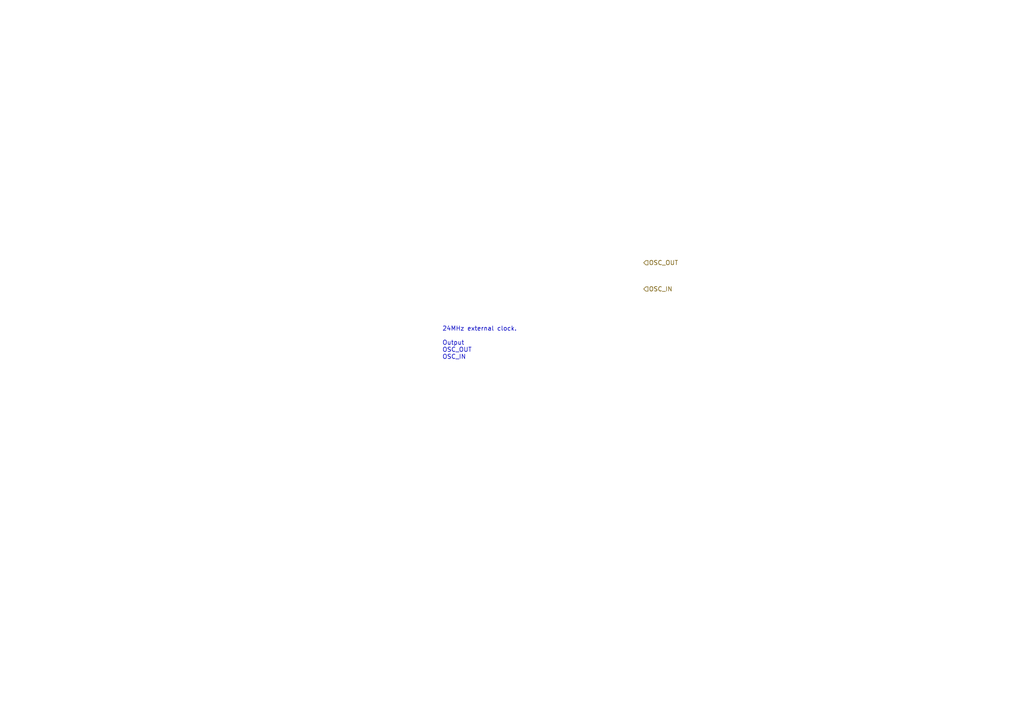
<source format=kicad_sch>
(kicad_sch
	(version 20250114)
	(generator "eeschema")
	(generator_version "9.0")
	(uuid "bd7a78ae-d57e-4c8d-8079-f4714c8f1856")
	(paper "A4")
	(lib_symbols)
	(text "24MHz external clock. \n\nOutput\nOSC_OUT\nOSC_IN"
		(exclude_from_sim no)
		(at 128.27 99.568 0)
		(effects
			(font
				(size 1.27 1.27)
			)
			(justify left)
		)
		(uuid "0b078972-8867-4a81-bdfc-f286a00b7261")
	)
	(hierarchical_label "OSC_OUT"
		(shape input)
		(at 186.69 76.2 0)
		(effects
			(font
				(size 1.27 1.27)
			)
			(justify left)
		)
		(uuid "fccd57b1-b731-4457-b9bb-32fe414af52c")
	)
	(hierarchical_label "OSC_IN"
		(shape input)
		(at 186.69 83.82 0)
		(effects
			(font
				(size 1.27 1.27)
			)
			(justify left)
		)
		(uuid "fe808684-ead0-47da-b31a-21623b281a81")
	)
)

</source>
